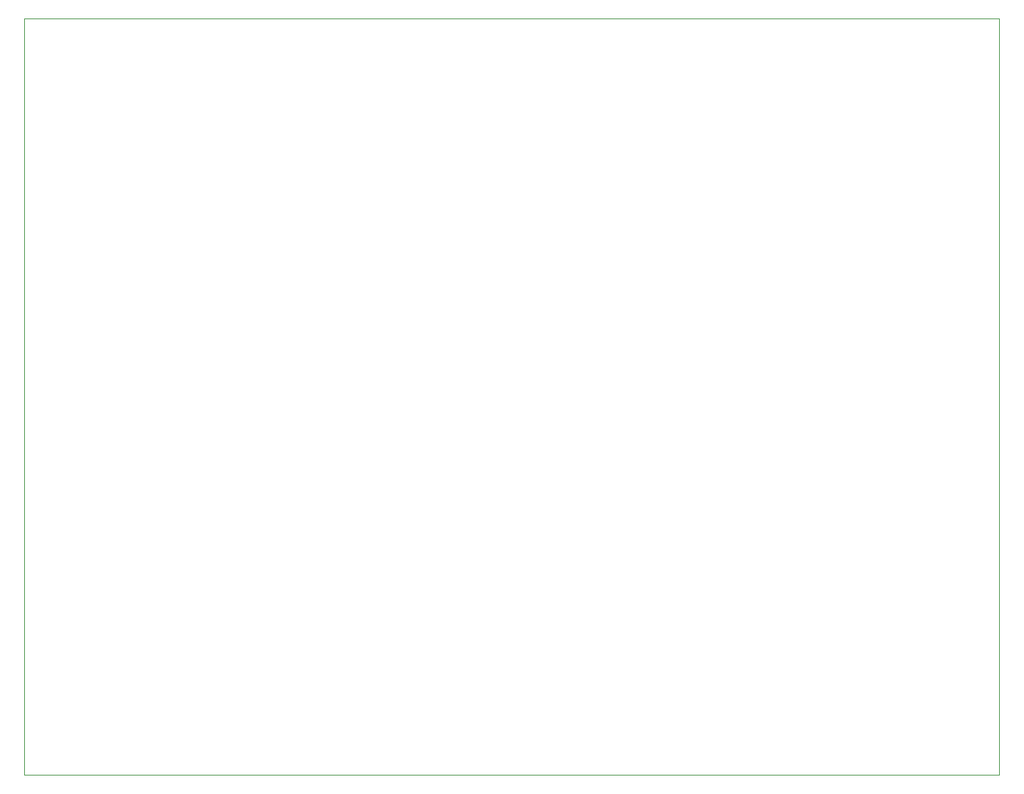
<source format=gbr>
%TF.GenerationSoftware,Altium Limited,Altium Designer,19.1.8 (144)*%
G04 Layer_Color=0*
%FSLAX26Y26*%
%MOIN*%
%TF.FileFunction,Profile,NP*%
%TF.Part,Single*%
G01*
G75*
%TA.AperFunction,Profile*%
%ADD55C,0.001000*%
D55*
X0Y3543307D02*
X4566929D01*
Y0D01*
X0D01*
Y3543307D01*
%TF.MD5,610eef421b7e3d5d0991b9b46a3f0523*%
M02*

</source>
